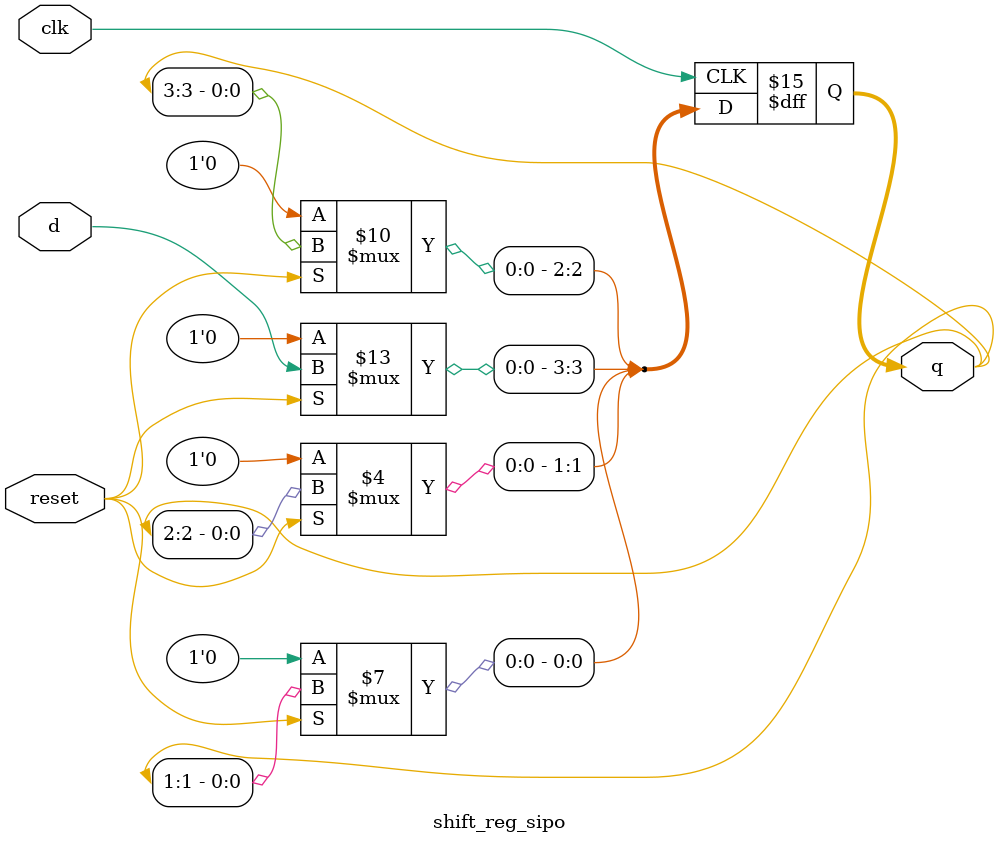
<source format=v>
`timescale 1ns / 1ps
module shift_reg_sipo
#(parameter W=4)
( 
input clk,
input reset,
input  d,
output reg [W-1:0] q
    );

always @(posedge clk)
begin
	if(!reset)begin
		q<=0;
	end else begin
		q[3]<=d;
		q[2]<=q[3];
		q[1]<=q[2];
		q[0]<=q[1];
	end
end

endmodule

</source>
